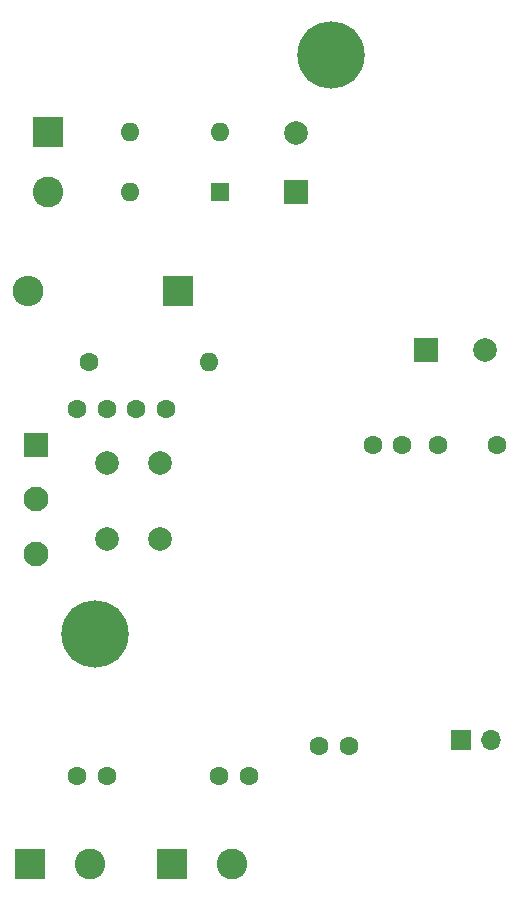
<source format=gbr>
%TF.GenerationSoftware,KiCad,Pcbnew,8.0.8*%
%TF.CreationDate,2025-02-09T13:51:33-05:00*%
%TF.ProjectId,ESPHomeACMonitor,45535048-6f6d-4654-9143-4d6f6e69746f,rev?*%
%TF.SameCoordinates,Original*%
%TF.FileFunction,Soldermask,Bot*%
%TF.FilePolarity,Negative*%
%FSLAX46Y46*%
G04 Gerber Fmt 4.6, Leading zero omitted, Abs format (unit mm)*
G04 Created by KiCad (PCBNEW 8.0.8) date 2025-02-09 13:51:33*
%MOMM*%
%LPD*%
G01*
G04 APERTURE LIST*
G04 Aperture macros list*
%AMRoundRect*
0 Rectangle with rounded corners*
0 $1 Rounding radius*
0 $2 $3 $4 $5 $6 $7 $8 $9 X,Y pos of 4 corners*
0 Add a 4 corners polygon primitive as box body*
4,1,4,$2,$3,$4,$5,$6,$7,$8,$9,$2,$3,0*
0 Add four circle primitives for the rounded corners*
1,1,$1+$1,$2,$3*
1,1,$1+$1,$4,$5*
1,1,$1+$1,$6,$7*
1,1,$1+$1,$8,$9*
0 Add four rect primitives between the rounded corners*
20,1,$1+$1,$2,$3,$4,$5,0*
20,1,$1+$1,$4,$5,$6,$7,0*
20,1,$1+$1,$6,$7,$8,$9,0*
20,1,$1+$1,$8,$9,$2,$3,0*%
G04 Aperture macros list end*
%ADD10C,5.700000*%
%ADD11C,2.000000*%
%ADD12O,1.600000X1.600000*%
%ADD13C,1.600000*%
%ADD14R,1.700000X1.700000*%
%ADD15O,1.700000X1.700000*%
%ADD16R,2.600000X2.600000*%
%ADD17C,2.600000*%
%ADD18RoundRect,0.250001X-0.799999X0.799999X-0.799999X-0.799999X0.799999X-0.799999X0.799999X0.799999X0*%
%ADD19C,2.100000*%
%ADD20O,2.600000X2.600000*%
%ADD21R,1.600000X1.600000*%
%ADD22R,2.000000X2.000000*%
G04 APERTURE END LIST*
D10*
%TO.C,REF\u002A\u002A*%
X41000000Y-75000000D03*
%TD*%
%TO.C,REF\u002A\u002A*%
X61000000Y-26000000D03*
%TD*%
D11*
%TO.C,SW1*%
X46500000Y-60500000D03*
X46500000Y-67000000D03*
X42000000Y-60500000D03*
X42000000Y-67000000D03*
%TD*%
D12*
%TO.C,R1*%
X50660000Y-52000000D03*
D13*
X40500000Y-52000000D03*
%TD*%
D14*
%TO.C,JP1*%
X72000000Y-84000000D03*
D15*
X74540000Y-84000000D03*
%TD*%
D16*
%TO.C,J4*%
X37000000Y-32500000D03*
D17*
X37000000Y-37580000D03*
%TD*%
%TO.C,J3*%
X40580000Y-94500000D03*
D16*
X35500000Y-94500000D03*
%TD*%
D17*
%TO.C,J2*%
X52580000Y-94500000D03*
D16*
X47500000Y-94500000D03*
%TD*%
D18*
%TO.C,J1*%
X36000000Y-59000000D03*
D19*
X36000000Y-63600000D03*
X36000000Y-68200000D03*
%TD*%
D16*
%TO.C,D2*%
X48000000Y-46000000D03*
D20*
X35300000Y-46000000D03*
%TD*%
D12*
%TO.C,D1*%
X44000000Y-37580000D03*
X44000000Y-32500000D03*
X51620000Y-32500000D03*
D21*
X51620000Y-37580000D03*
%TD*%
D22*
%TO.C,C9*%
X69000000Y-51000000D03*
D11*
X74000000Y-51000000D03*
%TD*%
D22*
%TO.C,C8*%
X58000000Y-37580000D03*
D11*
X58000000Y-32580000D03*
%TD*%
D13*
%TO.C,C7*%
X62500000Y-84500000D03*
X60000000Y-84500000D03*
%TD*%
%TO.C,C6*%
X39500000Y-87000000D03*
X42000000Y-87000000D03*
%TD*%
%TO.C,C5*%
X54000000Y-87000000D03*
X51500000Y-87000000D03*
%TD*%
%TO.C,C4*%
X39500000Y-56000000D03*
X42000000Y-56000000D03*
%TD*%
%TO.C,C1*%
X70000000Y-59000000D03*
X75000000Y-59000000D03*
%TD*%
%TO.C,C3*%
X44500000Y-56000000D03*
X47000000Y-56000000D03*
%TD*%
%TO.C,C2*%
X67000000Y-59000000D03*
X64500000Y-59000000D03*
%TD*%
M02*

</source>
